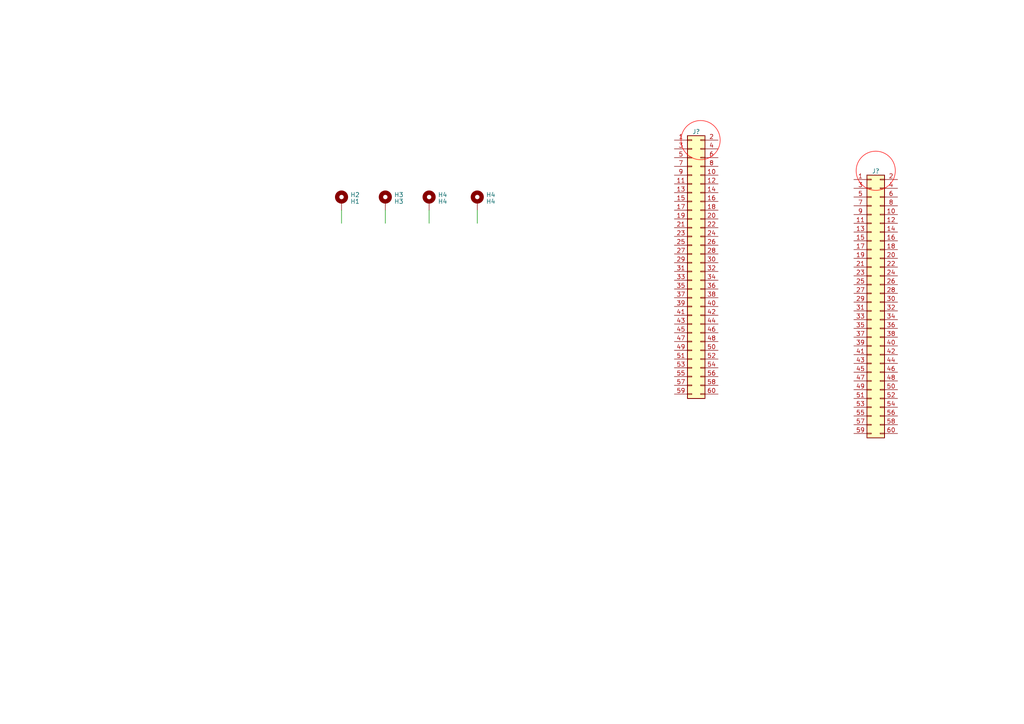
<source format=kicad_sch>
(kicad_sch (version 20230121) (generator eeschema)
  (paper "A4")
  (lib_symbols
    (symbol "Connector_Generic:Conn_02x30_Odd_Even" (pin_names (offset 1.016) hide)
      (property "Reference" "J" (at 1.27 38.1 0))
      (property "Value" "Conn_02x30_Odd_Even" (at 1.27 -40.64 0))
      (symbol "Conn_02x30_Odd_Even_1_1"
        (rectangle (start -1.27 -37.973) (end 0 -38.227) (stroke (width 0.1524)))
        (rectangle (start -1.27 -35.433) (end 0 -35.687) (stroke (width 0.1524)))
        (rectangle (start -1.27 -32.893) (end 0 -33.147) (stroke (width 0.1524)))
        (rectangle (start -1.27 -30.353) (end 0 -30.607) (stroke (width 0.1524)))
        (rectangle (start -1.27 -27.813) (end 0 -28.067) (stroke (width 0.1524)))
        (rectangle (start -1.27 -25.273) (end 0 -25.527) (stroke (width 0.1524)))
        (rectangle (start -1.27 -22.733) (end 0 -22.987) (stroke (width 0.1524)))
        (rectangle (start -1.27 -20.193) (end 0 -20.447) (stroke (width 0.1524)))
        (rectangle (start -1.27 -17.653) (end 0 -17.907) (stroke (width 0.1524)))
        (rectangle (start -1.27 -15.113) (end 0 -15.367) (stroke (width 0.1524)))
        (rectangle (start -1.27 -12.573) (end 0 -12.827) (stroke (width 0.1524)))
        (rectangle (start -1.27 -10.033) (end 0 -10.287) (stroke (width 0.1524)))
        (rectangle (start -1.27 -7.493) (end 0 -7.747) (stroke (width 0.1524)))
        (rectangle (start -1.27 -4.953) (end 0 -5.207) (stroke (width 0.1524)))
        (rectangle (start -1.27 -2.413) (end 0 -2.667) (stroke (width 0.1524)))
        (rectangle (start -1.27 0.127) (end 0 -0.127) (stroke (width 0.1524)))
        (rectangle (start -1.27 2.667) (end 0 2.413) (stroke (width 0.1524)))
        (rectangle (start -1.27 5.207) (end 0 4.953) (stroke (width 0.1524)))
        (rectangle (start -1.27 7.747) (end 0 7.493) (stroke (width 0.1524)))
        (rectangle (start -1.27 10.287) (end 0 10.033) (stroke (width 0.1524)))
        (rectangle (start -1.27 12.827) (end 0 12.573) (stroke (width 0.1524)))
        (rectangle (start -1.27 15.367) (end 0 15.113) (stroke (width 0.1524)))
        (rectangle (start -1.27 17.907) (end 0 17.653) (stroke (width 0.1524)))
        (rectangle (start -1.27 20.447) (end 0 20.193) (stroke (width 0.1524)))
        (rectangle (start -1.27 22.987) (end 0 22.733) (stroke (width 0.1524)))
        (rectangle (start -1.27 25.527) (end 0 25.273) (stroke (width 0.1524)))
        (rectangle (start -1.27 28.067) (end 0 27.813) (stroke (width 0.1524)))
        (rectangle (start -1.27 30.607) (end 0 30.353) (stroke (width 0.1524)))
        (rectangle (start -1.27 33.147) (end 0 32.893) (stroke (width 0.1524)))
        (rectangle (start -1.27 35.687) (end 0 35.433) (stroke (width 0.1524)))
        (rectangle (start -1.27 36.83) (end 3.81 -39.37) (stroke (width 0.254)) (fill (type background)))
        (rectangle (start 3.81 -37.973) (end 2.54 -38.227) (stroke (width 0.1524)))
        (rectangle (start 3.81 -35.433) (end 2.54 -35.687) (stroke (width 0.1524)))
        (rectangle (start 3.81 -32.893) (end 2.54 -33.147) (stroke (width 0.1524)))
        (rectangle (start 3.81 -30.353) (end 2.54 -30.607) (stroke (width 0.1524)))
        (rectangle (start 3.81 -27.813) (end 2.54 -28.067) (stroke (width 0.1524)))
        (rectangle (start 3.81 -25.273) (end 2.54 -25.527) (stroke (width 0.1524)))
        (rectangle (start 3.81 -22.733) (end 2.54 -22.987) (stroke (width 0.1524)))
        (rectangle (start 3.81 -20.193) (end 2.54 -20.447) (stroke (width 0.1524)))
        (rectangle (start 3.81 -17.653) (end 2.54 -17.907) (stroke (width 0.1524)))
        (rectangle (start 3.81 -15.113) (end 2.54 -15.367) (stroke (width 0.1524)))
        (rectangle (start 3.81 -12.573) (end 2.54 -12.827) (stroke (width 0.1524)))
        (rectangle (start 3.81 -10.033) (end 2.54 -10.287) (stroke (width 0.1524)))
        (rectangle (start 3.81 -7.493) (end 2.54 -7.747) (stroke (width 0.1524)))
        (rectangle (start 3.81 -4.953) (end 2.54 -5.207) (stroke (width 0.1524)))
        (rectangle (start 3.81 -2.413) (end 2.54 -2.667) (stroke (width 0.1524)))
        (rectangle (start 3.81 0.127) (end 2.54 -0.127) (stroke (width 0.1524)))
        (rectangle (start 3.81 2.667) (end 2.54 2.413) (stroke (width 0.1524)))
        (rectangle (start 3.81 5.207) (end 2.54 4.953) (stroke (width 0.1524)))
        (rectangle (start 3.81 7.747) (end 2.54 7.493) (stroke (width 0.1524)))
        (rectangle (start 3.81 10.287) (end 2.54 10.033) (stroke (width 0.1524)))
        (rectangle (start 3.81 12.827) (end 2.54 12.573) (stroke (width 0.1524)))
        (rectangle (start 3.81 15.367) (end 2.54 15.113) (stroke (width 0.1524)))
        (rectangle (start 3.81 17.907) (end 2.54 17.653) (stroke (width 0.1524)))
        (rectangle (start 3.81 20.447) (end 2.54 20.193) (stroke (width 0.1524)))
        (rectangle (start 3.81 22.987) (end 2.54 22.733) (stroke (width 0.1524)))
        (rectangle (start 3.81 25.527) (end 2.54 25.273) (stroke (width 0.1524)))
        (rectangle (start 3.81 28.067) (end 2.54 27.813) (stroke (width 0.1524)))
        (rectangle (start 3.81 30.607) (end 2.54 30.353) (stroke (width 0.1524)))
        (rectangle (start 3.81 33.147) (end 2.54 32.893) (stroke (width 0.1524)))
        (rectangle (start 3.81 35.687) (end 2.54 35.433) (stroke (width 0.1524)))
        (pin passive line (at -5.08 35.56 0) (length 3.81) (name "Pin_1") (number "1"))
        (pin passive line (at 7.62 25.4 180) (length 3.81) (name "Pin_10") (number "10"))
        (pin passive line (at -5.08 22.86 0) (length 3.81) (name "Pin_11") (number "11"))
        (pin passive line (at 7.62 22.86 180) (length 3.81) (name "Pin_12") (number "12"))
        (pin passive line (at -5.08 20.32 0) (length 3.81) (name "Pin_13") (number "13"))
        (pin passive line (at 7.62 20.32 180) (length 3.81) (name "Pin_14") (number "14"))
        (pin passive line (at -5.08 17.78 0) (length 3.81) (name "Pin_15") (number "15"))
        (pin passive line (at 7.62 17.78 180) (length 3.81) (name "Pin_16") (number "16"))
        (pin passive line (at -5.08 15.24 0) (length 3.81) (name "Pin_17") (number "17"))
        (pin passive line (at 7.62 15.24 180) (length 3.81) (name "Pin_18") (number "18"))
        (pin passive line (at -5.08 12.7 0) (length 3.81) (name "Pin_19") (number "19"))
        (pin passive line (at 7.62 35.56 180) (length 3.81) (name "Pin_2") (number "2"))
        (pin passive line (at 7.62 12.7 180) (length 3.81) (name "Pin_20") (number "20"))
        (pin passive line (at -5.08 10.16 0) (length 3.81) (name "Pin_21") (number "21"))
        (pin passive line (at 7.62 10.16 180) (length 3.81) (name "Pin_22") (number "22"))
        (pin passive line (at -5.08 7.62 0) (length 3.81) (name "Pin_23") (number "23"))
        (pin passive line (at 7.62 7.62 180) (length 3.81) (name "Pin_24") (number "24"))
        (pin passive line (at -5.08 5.08 0) (length 3.81) (name "Pin_25") (number "25"))
        (pin passive line (at 7.62 5.08 180) (length 3.81) (name "Pin_26") (number "26"))
        (pin passive line (at -5.08 2.54 0) (length 3.81) (name "Pin_27") (number "27"))
        (pin passive line (at 7.62 2.54 180) (length 3.81) (name "Pin_28") (number "28"))
        (pin passive line (at -5.08 0 0) (length 3.81) (name "Pin_29") (number "29"))
        (pin passive line (at -5.08 33.02 0) (length 3.81) (name "Pin_3") (number "3"))
        (pin passive line (at 7.62 0 180) (length 3.81) (name "Pin_30") (number "30"))
        (pin passive line (at -5.08 -2.54 0) (length 3.81) (name "Pin_31") (number "31"))
        (pin passive line (at 7.62 -2.54 180) (length 3.81) (name "Pin_32") (number "32"))
        (pin passive line (at -5.08 -5.08 0) (length 3.81) (name "Pin_33") (number "33"))
        (pin passive line (at 7.62 -5.08 180) (length 3.81) (name "Pin_34") (number "34"))
        (pin passive line (at -5.08 -7.62 0) (length 3.81) (name "Pin_35") (number "35"))
        (pin passive line (at 7.62 -7.62 180) (length 3.81) (name "Pin_36") (number "36"))
        (pin passive line (at -5.08 -10.16 0) (length 3.81) (name "Pin_37") (number "37"))
        (pin passive line (at 7.62 -10.16 180) (length 3.81) (name "Pin_38") (number "38"))
        (pin passive line (at -5.08 -12.7 0) (length 3.81) (name "Pin_39") (number "39"))
        (pin passive line (at 7.62 33.02 180) (length 3.81) (name "Pin_4") (number "4"))
        (pin passive line (at 7.62 -12.7 180) (length 3.81) (name "Pin_40") (number "40"))
        (pin passive line (at -5.08 -15.24 0) (length 3.81) (name "Pin_41") (number "41"))
        (pin passive line (at 7.62 -15.24 180) (length 3.81) (name "Pin_42") (number "42"))
        (pin passive line (at -5.08 -17.78 0) (length 3.81) (name "Pin_43") (number "43"))
        (pin passive line (at 7.62 -17.78 180) (length 3.81) (name "Pin_44") (number "44"))
        (pin passive line (at -5.08 -20.32 0) (length 3.81) (name "Pin_45") (number "45"))
        (pin passive line (at 7.62 -20.32 180) (length 3.81) (name "Pin_46") (number "46"))
        (pin passive line (at -5.08 -22.86 0) (length 3.81) (name "Pin_47") (number "47"))
        (pin passive line (at 7.62 -22.86 180) (length 3.81) (name "Pin_48") (number "48"))
        (pin passive line (at -5.08 -25.4 0) (length 3.81) (name "Pin_49") (number "49"))
        (pin passive line (at -5.08 30.48 0) (length 3.81) (name "Pin_5") (number "5"))
        (pin passive line (at 7.62 -25.4 180) (length 3.81) (name "Pin_50") (number "50"))
        (pin passive line (at -5.08 -27.94 0) (length 3.81) (name "Pin_51") (number "51"))
        (pin passive line (at 7.62 -27.94 180) (length 3.81) (name "Pin_52") (number "52"))
        (pin passive line (at -5.08 -30.48 0) (length 3.81) (name "Pin_53") (number "53"))
        (pin passive line (at 7.62 -30.48 180) (length 3.81) (name "Pin_54") (number "54"))
        (pin passive line (at -5.08 -33.02 0) (length 3.81) (name "Pin_55") (number "55"))
        (pin passive line (at 7.62 -33.02 180) (length 3.81) (name "Pin_56") (number "56"))
        (pin passive line (at -5.08 -35.56 0) (length 3.81) (name "Pin_57") (number "57"))
        (pin passive line (at 7.62 -35.56 180) (length 3.81) (name "Pin_58") (number "58"))
        (pin passive line (at -5.08 -38.1 0) (length 3.81) (name "Pin_59") (number "59"))
        (pin passive line (at 7.62 30.48 180) (length 3.81) (name "Pin_6") (number "6"))
        (pin passive line (at 7.62 -38.1 180) (length 3.81) (name "Pin_60") (number "60"))
        (pin passive line (at -5.08 27.94 0) (length 3.81) (name "Pin_7") (number "7"))
        (pin passive line (at 7.62 27.94 180) (length 3.81) (name "Pin_8") (number "8"))
        (pin passive line (at -5.08 25.4 0) (length 3.81) (name "Pin_9") (number "9"))
      )
    )
    (symbol "Mechanical:MountingHole_Pad" (pin_numbers hide) (pin_names (offset 1.016) hide)
      (property "Reference" "H" (at 0 6.35 0))
      (property "Value" "MountingHole_Pad" (at 0 4.445 0))
      (symbol "MountingHole_Pad_0_1"
        (circle (center 0 1.27) (radius 1.27) (stroke (width 1.27)))
      )
      (symbol "MountingHole_Pad_1_1"
        (pin input line (at 0 -2.54 90) (length 2.54) (name "1") (number "1"))
      )
    )
  )
  (wire (pts (xy 138.43 60.96) (xy 138.43 64.77)))
  (wire (pts (xy 124.46 60.96) (xy 124.46 64.77)))
  (wire (pts (xy 99.06 60.96) (xy 99.06 64.77)))
  (wire (pts (xy 111.76 60.96) (xy 111.76 64.77)))
  (circle (center 203.2 40.64) (radius 5.6796) (stroke (width 0) (color 255 0 0 1)))
  (circle (center 254 49.53) (radius 5.6796) (stroke (width 0) (color 255 0 0 1)))
  (symbol (lib_id "Mechanical:MountingHole_Pad") (at 138.43 58.42 0) (unit 1)
    (property "Reference" "H4" (at 140.97 56.5063 0) (effects (justify left)))
    (property "Value" "H4" (at 140.97 58.4273 0) (effects (justify left)))
    (property "Footprint" "MountingHole:MountingHole_2.2mm_M2_Pad" (effects hide))
  )
  (symbol (lib_id "Mechanical:MountingHole_Pad") (at 111.76 58.42 0) (unit 1)
    (property "Reference" "H3" (at 114.3 56.5063 0) (effects (justify left)))
    (property "Value" "H3" (at 114.3 58.4273 0) (effects (justify left)))
    (property "Footprint" "MountingHole:MountingHole_2.2mm_M2_Pad" (effects hide))
    (instances (project "friendly-keyboard" (path "" (reference "H3") (unit 1)) (path "" (reference "H2") (unit 1))))
  )
  (symbol (lib_id "Mechanical:MountingHole_Pad") (at 99.06 58.42 0) (unit 1)
    (property "Reference" "H2" (at 101.6 56.5063 0) (effects (justify left)))
    (property "Value" "H1" (at 101.6 58.4273 0) (effects (justify left)))
    (property "Footprint" "MountingHole:MountingHole_2.2mm_M2_Pad" (effects hide))
    (instances (project "friendly-keyboard" (path "" (reference "H2") (unit 1)) (path "" (reference "H1") (unit 1))))
  )
  (symbol (lib_id "Connector_Generic:Conn_02x30_Odd_Even") (at 200.66 76.2 0) (unit 1)
    (property "Reference" "J?" (at 201.93 38.2072 0))
    (property "Value" "Left Mezzanine" (effects hide))
    (property "Footprint" "0:DF40C-80DS-0-4V-51" (effects hide))
    (instances (project "friendly-keyboard" (path "" (reference "J?") (unit 1)) (path "" (reference "J4") (unit 1))))
  )
  (symbol (lib_id "Mechanical:MountingHole_Pad") (at 124.46 58.42 0) (unit 1)
    (property "Reference" "H4" (at 127 56.5063 0) (effects (justify left)))
    (property "Value" "H4" (at 127 58.4273 0) (effects (justify left)))
    (property "Footprint" "MountingHole:MountingHole_2.2mm_M2_Pad" (effects hide))
    (instances (project "friendly-keyboard" (path "" (reference "H4") (unit 1)) (path "" (reference "H3") (unit 1))))
  )
  (symbol (lib_id "Connector_Generic:Conn_02x30_Odd_Even") (at 252.73 87.63 0) (unit 1)
    (property "Reference" "J?" (at 254 49.6372 0))
    (property "Value" "Left Mezzanine" (effects hide))
    (property "Footprint" "0:DF40C-80DS-0-4V-51" (effects hide))
    (instances (project "friendly-keyboard" (path "" (reference "J?") (unit 1)) (path "" (reference "J5") (unit 1))))
  )
)
</source>
